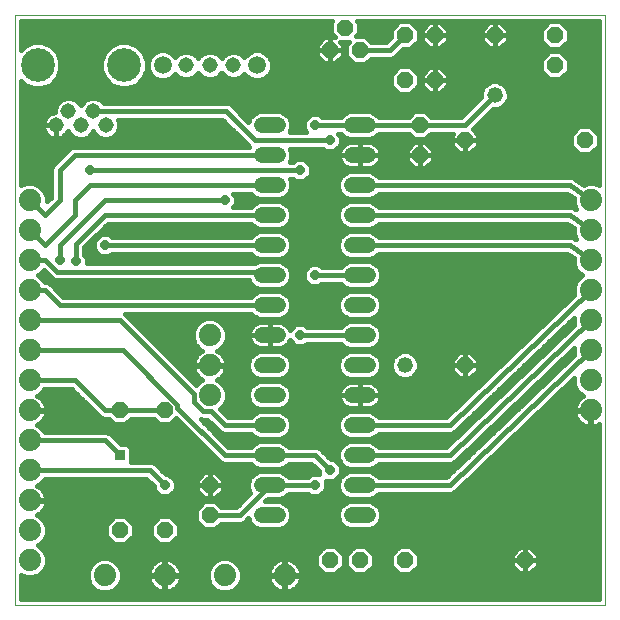
<source format=gbl>
G75*
%MOIN*%
%OFA0B0*%
%FSLAX25Y25*%
%IPPOS*%
%LPD*%
%AMOC8*
5,1,8,0,0,1.08239X$1,22.5*
%
%ADD10C,0.00000*%
%ADD11OC8,0.05200*%
%ADD12C,0.05200*%
%ADD13C,0.05150*%
%ADD14C,0.11220*%
%ADD15C,0.05200*%
%ADD16C,0.07400*%
%ADD17C,0.05937*%
%ADD18C,0.01600*%
%ADD19OC8,0.03169*%
%ADD20R,0.03169X0.03169*%
D10*
X0001800Y0001800D02*
X0001800Y0198650D01*
X0198650Y0198650D01*
X0198650Y0001800D01*
X0001800Y0001800D01*
D11*
X0036800Y0026800D03*
X0051800Y0026800D03*
X0066800Y0031800D03*
X0066800Y0041800D03*
X0051800Y0066800D03*
X0036800Y0066800D03*
X0106800Y0016800D03*
X0116800Y0016800D03*
X0131800Y0016800D03*
X0171800Y0016800D03*
X0151800Y0081800D03*
X0136800Y0151800D03*
X0136800Y0161800D03*
X0131800Y0176800D03*
X0141800Y0176800D03*
X0141800Y0191800D03*
X0131800Y0191800D03*
X0116800Y0186800D03*
X0111800Y0194300D03*
X0106800Y0186800D03*
X0151800Y0156800D03*
X0181800Y0181800D03*
X0181800Y0191800D03*
X0161800Y0191800D03*
X0191800Y0156800D03*
D12*
X0161800Y0171800D03*
X0131800Y0081800D03*
D13*
X0032099Y0161721D03*
X0027950Y0166446D03*
X0023800Y0161721D03*
X0019650Y0166446D03*
X0015501Y0161721D03*
X0058926Y0181800D03*
X0066800Y0181800D03*
X0074674Y0181800D03*
D14*
X0038170Y0181800D03*
X0009430Y0181800D03*
D15*
X0084200Y0161800D02*
X0089400Y0161800D01*
X0089400Y0151800D02*
X0084200Y0151800D01*
X0084200Y0141800D02*
X0089400Y0141800D01*
X0089400Y0131800D02*
X0084200Y0131800D01*
X0084200Y0121800D02*
X0089400Y0121800D01*
X0089400Y0111800D02*
X0084200Y0111800D01*
X0084200Y0101800D02*
X0089400Y0101800D01*
X0089400Y0091800D02*
X0084200Y0091800D01*
X0084200Y0081800D02*
X0089400Y0081800D01*
X0089400Y0071800D02*
X0084200Y0071800D01*
X0084200Y0061800D02*
X0089400Y0061800D01*
X0089400Y0051800D02*
X0084200Y0051800D01*
X0084200Y0041800D02*
X0089400Y0041800D01*
X0089400Y0031800D02*
X0084200Y0031800D01*
X0114200Y0031800D02*
X0119400Y0031800D01*
X0119400Y0041800D02*
X0114200Y0041800D01*
X0114200Y0051800D02*
X0119400Y0051800D01*
X0119400Y0061800D02*
X0114200Y0061800D01*
X0114200Y0071800D02*
X0119400Y0071800D01*
X0119400Y0081800D02*
X0114200Y0081800D01*
X0114200Y0091800D02*
X0119400Y0091800D01*
X0119400Y0101800D02*
X0114200Y0101800D01*
X0114200Y0111800D02*
X0119400Y0111800D01*
X0119400Y0121800D02*
X0114200Y0121800D01*
X0114200Y0131800D02*
X0119400Y0131800D01*
X0119400Y0141800D02*
X0114200Y0141800D01*
X0114200Y0151800D02*
X0119400Y0151800D01*
X0119400Y0161800D02*
X0114200Y0161800D01*
D16*
X0066800Y0091800D03*
X0066800Y0081800D03*
X0066800Y0071800D03*
X0071800Y0011800D03*
X0051800Y0011800D03*
X0031800Y0011800D03*
X0006800Y0016800D03*
X0006800Y0026800D03*
X0006800Y0036800D03*
X0006800Y0046800D03*
X0006800Y0056800D03*
X0006800Y0066800D03*
X0006800Y0076800D03*
X0006800Y0086800D03*
X0006800Y0096800D03*
X0006800Y0106800D03*
X0006800Y0116800D03*
X0006800Y0126800D03*
X0006800Y0136800D03*
X0091800Y0011800D03*
X0193800Y0066800D03*
X0193800Y0076800D03*
X0193800Y0086800D03*
X0193800Y0096800D03*
X0193800Y0106800D03*
X0193800Y0116800D03*
X0193800Y0126800D03*
X0193800Y0136800D03*
D17*
X0082548Y0181800D03*
X0051052Y0181800D03*
D18*
X0046598Y0184030D02*
X0045484Y0184030D01*
X0045780Y0183314D02*
X0044622Y0186111D01*
X0042481Y0188252D01*
X0039684Y0189410D01*
X0036656Y0189410D01*
X0033859Y0188252D01*
X0031718Y0186111D01*
X0030560Y0183314D01*
X0030560Y0180286D01*
X0031718Y0177489D01*
X0033859Y0175348D01*
X0036656Y0174190D01*
X0039684Y0174190D01*
X0042481Y0175348D01*
X0044622Y0177489D01*
X0045780Y0180286D01*
X0045780Y0183314D01*
X0046083Y0182788D02*
X0046083Y0180812D01*
X0046840Y0178986D01*
X0048238Y0177588D01*
X0050064Y0176831D01*
X0052040Y0176831D01*
X0053866Y0177588D01*
X0055264Y0178986D01*
X0055266Y0178990D01*
X0056335Y0177922D01*
X0058016Y0177225D01*
X0059836Y0177225D01*
X0061517Y0177922D01*
X0062804Y0179209D01*
X0062863Y0179350D01*
X0062922Y0179209D01*
X0064209Y0177922D01*
X0065890Y0177225D01*
X0067710Y0177225D01*
X0069391Y0177922D01*
X0070678Y0179209D01*
X0070737Y0179350D01*
X0070796Y0179209D01*
X0072083Y0177922D01*
X0073764Y0177225D01*
X0075584Y0177225D01*
X0077265Y0177922D01*
X0078334Y0178990D01*
X0078336Y0178986D01*
X0079734Y0177588D01*
X0081560Y0176831D01*
X0083536Y0176831D01*
X0085362Y0177588D01*
X0086760Y0178986D01*
X0087517Y0180812D01*
X0087517Y0182788D01*
X0086760Y0184614D01*
X0085362Y0186012D01*
X0083536Y0186768D01*
X0081560Y0186768D01*
X0079734Y0186012D01*
X0078336Y0184614D01*
X0078334Y0184610D01*
X0077265Y0185678D01*
X0075584Y0186375D01*
X0073764Y0186375D01*
X0072083Y0185678D01*
X0070796Y0184391D01*
X0070737Y0184250D01*
X0070678Y0184391D01*
X0069391Y0185678D01*
X0067710Y0186375D01*
X0065890Y0186375D01*
X0064209Y0185678D01*
X0062922Y0184391D01*
X0062863Y0184250D01*
X0062804Y0184391D01*
X0061517Y0185678D01*
X0059836Y0186375D01*
X0058016Y0186375D01*
X0056335Y0185678D01*
X0055266Y0184610D01*
X0055264Y0184614D01*
X0053866Y0186012D01*
X0052040Y0186768D01*
X0050064Y0186768D01*
X0048238Y0186012D01*
X0046840Y0184614D01*
X0046083Y0182788D01*
X0046083Y0182432D02*
X0045780Y0182432D01*
X0045780Y0180833D02*
X0046083Y0180833D01*
X0046737Y0179235D02*
X0045345Y0179235D01*
X0044683Y0177636D02*
X0048189Y0177636D01*
X0043170Y0176038D02*
X0127200Y0176038D01*
X0127200Y0174895D02*
X0129895Y0172200D01*
X0133705Y0172200D01*
X0136400Y0174895D01*
X0136400Y0178705D01*
X0133705Y0181400D01*
X0129895Y0181400D01*
X0127200Y0178705D01*
X0127200Y0174895D01*
X0127655Y0174439D02*
X0040286Y0174439D01*
X0036054Y0174439D02*
X0011546Y0174439D01*
X0010944Y0174190D02*
X0013741Y0175348D01*
X0015882Y0177489D01*
X0017040Y0180286D01*
X0017040Y0183314D01*
X0015882Y0186111D01*
X0013741Y0188252D01*
X0010944Y0189410D01*
X0007916Y0189410D01*
X0005119Y0188252D01*
X0003800Y0186933D01*
X0003800Y0196650D01*
X0107645Y0196650D01*
X0107200Y0196205D01*
X0107200Y0192395D01*
X0108395Y0191200D01*
X0106800Y0191200D01*
X0106800Y0186800D01*
X0111200Y0186800D01*
X0111200Y0188623D01*
X0110123Y0189700D01*
X0113195Y0189700D01*
X0112200Y0188705D01*
X0112200Y0184895D01*
X0114895Y0182200D01*
X0118705Y0182200D01*
X0120505Y0184000D01*
X0127357Y0184000D01*
X0128386Y0184426D01*
X0131160Y0187200D01*
X0133705Y0187200D01*
X0136400Y0189895D01*
X0136400Y0193705D01*
X0133705Y0196400D01*
X0129895Y0196400D01*
X0127200Y0193705D01*
X0127200Y0191160D01*
X0125640Y0189600D01*
X0120505Y0189600D01*
X0118705Y0191400D01*
X0115405Y0191400D01*
X0116400Y0192395D01*
X0116400Y0196205D01*
X0115955Y0196650D01*
X0196650Y0196650D01*
X0196650Y0141789D01*
X0194934Y0142500D01*
X0192666Y0142500D01*
X0191382Y0141968D01*
X0188616Y0143944D01*
X0188386Y0144174D01*
X0188167Y0144264D01*
X0187974Y0144402D01*
X0187657Y0144476D01*
X0187357Y0144600D01*
X0187120Y0144600D01*
X0186889Y0144653D01*
X0186568Y0144600D01*
X0123105Y0144600D01*
X0122006Y0145700D01*
X0120315Y0146400D01*
X0113285Y0146400D01*
X0111594Y0145700D01*
X0110300Y0144406D01*
X0109600Y0142715D01*
X0109600Y0140885D01*
X0110300Y0139194D01*
X0111594Y0137900D01*
X0113285Y0137200D01*
X0120315Y0137200D01*
X0122006Y0137900D01*
X0123105Y0139000D01*
X0185903Y0139000D01*
X0188100Y0137430D01*
X0188100Y0135666D01*
X0188896Y0133743D01*
X0188616Y0133944D01*
X0188386Y0134174D01*
X0188167Y0134264D01*
X0187974Y0134402D01*
X0187657Y0134476D01*
X0187357Y0134600D01*
X0187120Y0134600D01*
X0186889Y0134653D01*
X0186568Y0134600D01*
X0123105Y0134600D01*
X0122006Y0135700D01*
X0120315Y0136400D01*
X0113285Y0136400D01*
X0111594Y0135700D01*
X0110300Y0134406D01*
X0109600Y0132715D01*
X0109600Y0130885D01*
X0110300Y0129194D01*
X0111594Y0127900D01*
X0113285Y0127200D01*
X0120315Y0127200D01*
X0122006Y0127900D01*
X0123105Y0129000D01*
X0185903Y0129000D01*
X0188100Y0127430D01*
X0188100Y0125666D01*
X0188896Y0123743D01*
X0188616Y0123944D01*
X0188386Y0124174D01*
X0188167Y0124264D01*
X0187974Y0124402D01*
X0187657Y0124476D01*
X0187357Y0124600D01*
X0187120Y0124600D01*
X0186889Y0124653D01*
X0186568Y0124600D01*
X0123105Y0124600D01*
X0122006Y0125700D01*
X0120315Y0126400D01*
X0113285Y0126400D01*
X0111594Y0125700D01*
X0110300Y0124406D01*
X0109600Y0122715D01*
X0109600Y0120885D01*
X0110300Y0119194D01*
X0111594Y0117900D01*
X0113285Y0117200D01*
X0120315Y0117200D01*
X0122006Y0117900D01*
X0123105Y0119000D01*
X0185903Y0119000D01*
X0188100Y0117430D01*
X0188100Y0115666D01*
X0188968Y0113571D01*
X0190571Y0111968D01*
X0190976Y0111800D01*
X0190571Y0111632D01*
X0188968Y0110029D01*
X0188100Y0107934D01*
X0188100Y0105666D01*
X0188233Y0105346D01*
X0145676Y0064600D01*
X0123105Y0064600D01*
X0122006Y0065700D01*
X0120315Y0066400D01*
X0113285Y0066400D01*
X0111594Y0065700D01*
X0110300Y0064406D01*
X0109600Y0062715D01*
X0109600Y0060885D01*
X0110300Y0059194D01*
X0111594Y0057900D01*
X0113285Y0057200D01*
X0120315Y0057200D01*
X0122006Y0057900D01*
X0123105Y0059000D01*
X0146770Y0059000D01*
X0147296Y0058989D01*
X0147325Y0059000D01*
X0147357Y0059000D01*
X0147843Y0059202D01*
X0148334Y0059392D01*
X0148357Y0059414D01*
X0148386Y0059426D01*
X0148758Y0059798D01*
X0188100Y0097466D01*
X0188100Y0095666D01*
X0188233Y0095346D01*
X0145676Y0054600D01*
X0123105Y0054600D01*
X0122006Y0055700D01*
X0120315Y0056400D01*
X0113285Y0056400D01*
X0111594Y0055700D01*
X0110300Y0054406D01*
X0109600Y0052715D01*
X0109600Y0050885D01*
X0110300Y0049194D01*
X0111594Y0047900D01*
X0113285Y0047200D01*
X0120315Y0047200D01*
X0122006Y0047900D01*
X0123105Y0049000D01*
X0146770Y0049000D01*
X0147296Y0048989D01*
X0147325Y0049000D01*
X0147357Y0049000D01*
X0147843Y0049202D01*
X0148334Y0049392D01*
X0148357Y0049414D01*
X0148386Y0049426D01*
X0148758Y0049798D01*
X0188100Y0087466D01*
X0188100Y0085666D01*
X0188233Y0085346D01*
X0145676Y0044600D01*
X0123105Y0044600D01*
X0122006Y0045700D01*
X0120315Y0046400D01*
X0113285Y0046400D01*
X0111594Y0045700D01*
X0110300Y0044406D01*
X0109600Y0042715D01*
X0109600Y0040885D01*
X0110300Y0039194D01*
X0111594Y0037900D01*
X0113285Y0037200D01*
X0120315Y0037200D01*
X0122006Y0037900D01*
X0123105Y0039000D01*
X0146770Y0039000D01*
X0147296Y0038989D01*
X0147325Y0039000D01*
X0147357Y0039000D01*
X0147843Y0039202D01*
X0148334Y0039392D01*
X0148357Y0039414D01*
X0148386Y0039426D01*
X0148758Y0039798D01*
X0188100Y0077466D01*
X0188100Y0075666D01*
X0188968Y0073571D01*
X0190571Y0071968D01*
X0191264Y0071681D01*
X0190917Y0071504D01*
X0190217Y0070995D01*
X0189605Y0070383D01*
X0189096Y0069683D01*
X0188703Y0068911D01*
X0188435Y0068088D01*
X0188300Y0067233D01*
X0188300Y0067000D01*
X0193600Y0067000D01*
X0193600Y0066600D01*
X0194000Y0066600D01*
X0194000Y0061300D01*
X0194233Y0061300D01*
X0195088Y0061435D01*
X0195911Y0061703D01*
X0196650Y0062080D01*
X0196650Y0003800D01*
X0003800Y0003800D01*
X0003800Y0011873D01*
X0005666Y0011100D01*
X0007934Y0011100D01*
X0010029Y0011968D01*
X0011632Y0013571D01*
X0012500Y0015666D01*
X0012500Y0017934D01*
X0011632Y0020029D01*
X0010029Y0021632D01*
X0009624Y0021800D01*
X0010029Y0021968D01*
X0011632Y0023571D01*
X0012500Y0025666D01*
X0012500Y0027934D01*
X0011632Y0030029D01*
X0010029Y0031632D01*
X0009336Y0031919D01*
X0009683Y0032096D01*
X0010383Y0032605D01*
X0010995Y0033217D01*
X0011504Y0033917D01*
X0011897Y0034689D01*
X0012165Y0035512D01*
X0012300Y0036367D01*
X0012300Y0036600D01*
X0007000Y0036600D01*
X0007000Y0037000D01*
X0012300Y0037000D01*
X0012300Y0037233D01*
X0012165Y0038088D01*
X0011897Y0038911D01*
X0011504Y0039683D01*
X0010995Y0040383D01*
X0010383Y0040995D01*
X0009683Y0041504D01*
X0009336Y0041681D01*
X0010029Y0041968D01*
X0011632Y0043571D01*
X0011810Y0044000D01*
X0045640Y0044000D01*
X0048216Y0041424D01*
X0048216Y0040315D01*
X0050315Y0038216D01*
X0053285Y0038216D01*
X0055384Y0040315D01*
X0055384Y0043285D01*
X0053285Y0045384D01*
X0052176Y0045384D01*
X0048386Y0049174D01*
X0047357Y0049600D01*
X0040384Y0049600D01*
X0040384Y0054213D01*
X0039213Y0055384D01*
X0037176Y0055384D01*
X0033386Y0059174D01*
X0032357Y0059600D01*
X0011810Y0059600D01*
X0011632Y0060029D01*
X0010029Y0061632D01*
X0009336Y0061919D01*
X0009683Y0062096D01*
X0010383Y0062605D01*
X0010995Y0063217D01*
X0011504Y0063917D01*
X0011897Y0064689D01*
X0012165Y0065512D01*
X0012300Y0066367D01*
X0012300Y0066600D01*
X0007000Y0066600D01*
X0007000Y0067000D01*
X0012300Y0067000D01*
X0012300Y0067233D01*
X0012165Y0068088D01*
X0011897Y0068911D01*
X0011504Y0069683D01*
X0010995Y0070383D01*
X0010383Y0070995D01*
X0009683Y0071504D01*
X0009336Y0071681D01*
X0010029Y0071968D01*
X0011632Y0073571D01*
X0011810Y0074000D01*
X0020640Y0074000D01*
X0029426Y0065214D01*
X0030214Y0064426D01*
X0031243Y0064000D01*
X0033095Y0064000D01*
X0034895Y0062200D01*
X0038705Y0062200D01*
X0040505Y0064000D01*
X0048095Y0064000D01*
X0049895Y0062200D01*
X0053705Y0062200D01*
X0055573Y0064067D01*
X0070214Y0049426D01*
X0071243Y0049000D01*
X0080495Y0049000D01*
X0081594Y0047900D01*
X0083285Y0047200D01*
X0090315Y0047200D01*
X0092006Y0047900D01*
X0093105Y0049000D01*
X0100640Y0049000D01*
X0103216Y0046424D01*
X0103216Y0045384D01*
X0100315Y0045384D01*
X0099531Y0044600D01*
X0093105Y0044600D01*
X0092006Y0045700D01*
X0090315Y0046400D01*
X0083285Y0046400D01*
X0081594Y0045700D01*
X0080300Y0044406D01*
X0079600Y0042715D01*
X0079600Y0040885D01*
X0080281Y0039241D01*
X0075640Y0034600D01*
X0070505Y0034600D01*
X0068705Y0036400D01*
X0064895Y0036400D01*
X0062200Y0033705D01*
X0062200Y0029895D01*
X0064895Y0027200D01*
X0068705Y0027200D01*
X0070505Y0029000D01*
X0077357Y0029000D01*
X0078386Y0029426D01*
X0079672Y0030712D01*
X0080300Y0029194D01*
X0081594Y0027900D01*
X0083285Y0027200D01*
X0090315Y0027200D01*
X0092006Y0027900D01*
X0093300Y0029194D01*
X0094000Y0030885D01*
X0094000Y0032715D01*
X0093300Y0034406D01*
X0092006Y0035700D01*
X0090315Y0036400D01*
X0085360Y0036400D01*
X0086160Y0037200D01*
X0090315Y0037200D01*
X0092006Y0037900D01*
X0093105Y0039000D01*
X0099531Y0039000D01*
X0100315Y0038216D01*
X0103285Y0038216D01*
X0105384Y0040315D01*
X0105384Y0043216D01*
X0108285Y0043216D01*
X0110384Y0045315D01*
X0110384Y0048285D01*
X0108285Y0050384D01*
X0107176Y0050384D01*
X0103386Y0054174D01*
X0102357Y0054600D01*
X0093105Y0054600D01*
X0092006Y0055700D01*
X0090315Y0056400D01*
X0083285Y0056400D01*
X0081594Y0055700D01*
X0080495Y0054600D01*
X0072960Y0054600D01*
X0063727Y0063833D01*
X0064048Y0063700D01*
X0065940Y0063700D01*
X0069426Y0060214D01*
X0070214Y0059426D01*
X0071243Y0059000D01*
X0080495Y0059000D01*
X0081594Y0057900D01*
X0083285Y0057200D01*
X0090315Y0057200D01*
X0092006Y0057900D01*
X0093300Y0059194D01*
X0094000Y0060885D01*
X0094000Y0062715D01*
X0093300Y0064406D01*
X0092006Y0065700D01*
X0090315Y0066400D01*
X0083285Y0066400D01*
X0081594Y0065700D01*
X0080495Y0064600D01*
X0072960Y0064600D01*
X0070310Y0067249D01*
X0071632Y0068571D01*
X0072500Y0070666D01*
X0072500Y0072934D01*
X0071632Y0075029D01*
X0070029Y0076632D01*
X0069336Y0076919D01*
X0069683Y0077096D01*
X0070383Y0077605D01*
X0070995Y0078217D01*
X0071504Y0078917D01*
X0071897Y0079689D01*
X0072165Y0080512D01*
X0072300Y0081367D01*
X0072300Y0081600D01*
X0067000Y0081600D01*
X0067000Y0082000D01*
X0072300Y0082000D01*
X0072300Y0082233D01*
X0072165Y0083088D01*
X0071897Y0083911D01*
X0071504Y0084683D01*
X0070995Y0085383D01*
X0070383Y0085995D01*
X0069683Y0086504D01*
X0069336Y0086681D01*
X0070029Y0086968D01*
X0071632Y0088571D01*
X0072500Y0090666D01*
X0072500Y0092934D01*
X0071632Y0095029D01*
X0070029Y0096632D01*
X0067934Y0097500D01*
X0065666Y0097500D01*
X0063571Y0096632D01*
X0061968Y0095029D01*
X0061100Y0092934D01*
X0061100Y0090666D01*
X0061968Y0088571D01*
X0063571Y0086968D01*
X0064264Y0086681D01*
X0063917Y0086504D01*
X0063217Y0085995D01*
X0062605Y0085383D01*
X0062096Y0084683D01*
X0061703Y0083911D01*
X0061435Y0083088D01*
X0061300Y0082233D01*
X0061300Y0082000D01*
X0066600Y0082000D01*
X0066600Y0081600D01*
X0061300Y0081600D01*
X0061300Y0081367D01*
X0061435Y0080512D01*
X0061703Y0079689D01*
X0062096Y0078917D01*
X0062605Y0078217D01*
X0063217Y0077605D01*
X0063917Y0077096D01*
X0064264Y0076919D01*
X0063571Y0076632D01*
X0062249Y0075310D01*
X0038560Y0099000D01*
X0080495Y0099000D01*
X0081594Y0097900D01*
X0083285Y0097200D01*
X0090315Y0097200D01*
X0092006Y0097900D01*
X0093300Y0099194D01*
X0094000Y0100885D01*
X0094000Y0102715D01*
X0093300Y0104406D01*
X0092006Y0105700D01*
X0090315Y0106400D01*
X0083285Y0106400D01*
X0081594Y0105700D01*
X0080495Y0104600D01*
X0017960Y0104600D01*
X0013386Y0109174D01*
X0012357Y0109600D01*
X0011810Y0109600D01*
X0011632Y0110029D01*
X0010029Y0111632D01*
X0009624Y0111800D01*
X0010029Y0111968D01*
X0011458Y0113397D01*
X0013440Y0111414D01*
X0014228Y0110626D01*
X0015257Y0110200D01*
X0079884Y0110200D01*
X0080300Y0109194D01*
X0081594Y0107900D01*
X0083285Y0107200D01*
X0090315Y0107200D01*
X0092006Y0107900D01*
X0093300Y0109194D01*
X0094000Y0110885D01*
X0094000Y0112715D01*
X0093300Y0114406D01*
X0092006Y0115700D01*
X0090315Y0116400D01*
X0083285Y0116400D01*
X0081837Y0115800D01*
X0025800Y0115800D01*
X0025800Y0117869D01*
X0025016Y0118653D01*
X0025016Y0121056D01*
X0032960Y0129000D01*
X0080495Y0129000D01*
X0081594Y0127900D01*
X0083285Y0127200D01*
X0090315Y0127200D01*
X0092006Y0127900D01*
X0093300Y0129194D01*
X0094000Y0130885D01*
X0094000Y0132715D01*
X0093300Y0134406D01*
X0092006Y0135700D01*
X0090315Y0136400D01*
X0083285Y0136400D01*
X0081594Y0135700D01*
X0080495Y0134600D01*
X0074669Y0134600D01*
X0075384Y0135315D01*
X0075384Y0138285D01*
X0074669Y0139000D01*
X0080495Y0139000D01*
X0081594Y0137900D01*
X0083285Y0137200D01*
X0090315Y0137200D01*
X0092006Y0137900D01*
X0093300Y0139194D01*
X0094000Y0140885D01*
X0094000Y0142715D01*
X0093468Y0144000D01*
X0094531Y0144000D01*
X0095315Y0143216D01*
X0098285Y0143216D01*
X0100384Y0145315D01*
X0100384Y0148285D01*
X0098285Y0150384D01*
X0095315Y0150384D01*
X0094531Y0149600D01*
X0093468Y0149600D01*
X0094000Y0150885D01*
X0094000Y0152715D01*
X0093468Y0154000D01*
X0104531Y0154000D01*
X0105315Y0153216D01*
X0108285Y0153216D01*
X0110384Y0155315D01*
X0110384Y0158285D01*
X0109669Y0159000D01*
X0110495Y0159000D01*
X0111594Y0157900D01*
X0113285Y0157200D01*
X0120315Y0157200D01*
X0122006Y0157900D01*
X0123105Y0159000D01*
X0133095Y0159000D01*
X0134895Y0157200D01*
X0138705Y0157200D01*
X0140505Y0159000D01*
X0147777Y0159000D01*
X0147400Y0158623D01*
X0147400Y0156800D01*
X0151800Y0156800D01*
X0156200Y0156800D01*
X0156200Y0158623D01*
X0154391Y0160431D01*
X0161160Y0167200D01*
X0162715Y0167200D01*
X0164406Y0167900D01*
X0165700Y0169194D01*
X0166400Y0170885D01*
X0166400Y0172715D01*
X0165700Y0174406D01*
X0164406Y0175700D01*
X0162715Y0176400D01*
X0160885Y0176400D01*
X0159194Y0175700D01*
X0157900Y0174406D01*
X0157200Y0172715D01*
X0157200Y0171160D01*
X0150640Y0164600D01*
X0140505Y0164600D01*
X0138705Y0166400D01*
X0134895Y0166400D01*
X0133095Y0164600D01*
X0123105Y0164600D01*
X0122006Y0165700D01*
X0120315Y0166400D01*
X0113285Y0166400D01*
X0111594Y0165700D01*
X0110495Y0164600D01*
X0104069Y0164600D01*
X0103285Y0165384D01*
X0100315Y0165384D01*
X0098216Y0163285D01*
X0098216Y0160315D01*
X0098931Y0159600D01*
X0093468Y0159600D01*
X0094000Y0160885D01*
X0094000Y0162715D01*
X0093300Y0164406D01*
X0092006Y0165700D01*
X0090315Y0166400D01*
X0083285Y0166400D01*
X0081594Y0165700D01*
X0080300Y0164406D01*
X0079672Y0162888D01*
X0073740Y0168819D01*
X0072711Y0169246D01*
X0031619Y0169246D01*
X0030541Y0170324D01*
X0028860Y0171020D01*
X0027040Y0171020D01*
X0025358Y0170324D01*
X0024071Y0169037D01*
X0023800Y0168382D01*
X0023529Y0169037D01*
X0022242Y0170324D01*
X0020560Y0171020D01*
X0018740Y0171020D01*
X0017059Y0170324D01*
X0015772Y0169037D01*
X0015076Y0167356D01*
X0015076Y0166083D01*
X0014476Y0165988D01*
X0013821Y0165776D01*
X0013208Y0165463D01*
X0012651Y0165058D01*
X0012164Y0164571D01*
X0011759Y0164014D01*
X0011446Y0163401D01*
X0011234Y0162746D01*
X0011126Y0162066D01*
X0011126Y0161721D01*
X0011126Y0161377D01*
X0011234Y0160697D01*
X0011446Y0160042D01*
X0011759Y0159428D01*
X0012164Y0158871D01*
X0012651Y0158384D01*
X0013208Y0157980D01*
X0013821Y0157667D01*
X0014476Y0157454D01*
X0015156Y0157346D01*
X0015501Y0157346D01*
X0015845Y0157346D01*
X0016525Y0157454D01*
X0017180Y0157667D01*
X0017794Y0157980D01*
X0018351Y0158384D01*
X0018838Y0158871D01*
X0019242Y0159428D01*
X0019549Y0160030D01*
X0019922Y0159130D01*
X0021209Y0157843D01*
X0022890Y0157146D01*
X0024710Y0157146D01*
X0026391Y0157843D01*
X0027678Y0159130D01*
X0027950Y0159785D01*
X0028221Y0159130D01*
X0029508Y0157843D01*
X0031189Y0157146D01*
X0033009Y0157146D01*
X0034691Y0157843D01*
X0035978Y0159130D01*
X0036674Y0160811D01*
X0036674Y0162631D01*
X0036254Y0163646D01*
X0070995Y0163646D01*
X0079426Y0155214D01*
X0080040Y0154600D01*
X0021243Y0154600D01*
X0020214Y0154174D01*
X0019426Y0153386D01*
X0014426Y0148386D01*
X0014000Y0147357D01*
X0014000Y0137960D01*
X0012500Y0136460D01*
X0012500Y0137934D01*
X0011632Y0140029D01*
X0010029Y0141632D01*
X0007934Y0142500D01*
X0005666Y0142500D01*
X0003800Y0141727D01*
X0003800Y0176667D01*
X0005119Y0175348D01*
X0007916Y0174190D01*
X0010944Y0174190D01*
X0007314Y0174439D02*
X0003800Y0174439D01*
X0003800Y0172841D02*
X0129254Y0172841D01*
X0127200Y0177636D02*
X0085411Y0177636D01*
X0086863Y0179235D02*
X0127729Y0179235D01*
X0129328Y0180833D02*
X0087517Y0180833D01*
X0087517Y0182432D02*
X0104946Y0182432D01*
X0104977Y0182400D02*
X0106800Y0182400D01*
X0108623Y0182400D01*
X0111200Y0184977D01*
X0111200Y0186800D01*
X0106800Y0186800D01*
X0106800Y0186800D01*
X0106800Y0186800D01*
X0106800Y0182400D01*
X0106800Y0186800D01*
X0106800Y0186800D01*
X0106800Y0186800D01*
X0102400Y0186800D01*
X0102400Y0188623D01*
X0104977Y0191200D01*
X0106800Y0191200D01*
X0106800Y0186800D01*
X0102400Y0186800D01*
X0102400Y0184977D01*
X0104977Y0182400D01*
X0106800Y0182432D02*
X0106800Y0182432D01*
X0106800Y0184030D02*
X0106800Y0184030D01*
X0106800Y0185629D02*
X0106800Y0185629D01*
X0106800Y0187227D02*
X0106800Y0187227D01*
X0106800Y0188826D02*
X0106800Y0188826D01*
X0106800Y0190424D02*
X0106800Y0190424D01*
X0107572Y0192023D02*
X0003800Y0192023D01*
X0003800Y0193621D02*
X0107200Y0193621D01*
X0107200Y0195220D02*
X0003800Y0195220D01*
X0003800Y0190424D02*
X0104202Y0190424D01*
X0102603Y0188826D02*
X0041095Y0188826D01*
X0043505Y0187227D02*
X0102400Y0187227D01*
X0102400Y0185629D02*
X0085746Y0185629D01*
X0087002Y0184030D02*
X0103347Y0184030D01*
X0108654Y0182432D02*
X0114663Y0182432D01*
X0113064Y0184030D02*
X0110253Y0184030D01*
X0111200Y0185629D02*
X0112200Y0185629D01*
X0112200Y0187227D02*
X0111200Y0187227D01*
X0110997Y0188826D02*
X0112320Y0188826D01*
X0116028Y0192023D02*
X0127200Y0192023D01*
X0127200Y0193621D02*
X0116400Y0193621D01*
X0116400Y0195220D02*
X0128714Y0195220D01*
X0131800Y0191800D02*
X0126800Y0186800D01*
X0116800Y0186800D01*
X0119681Y0190424D02*
X0126465Y0190424D01*
X0129589Y0185629D02*
X0179123Y0185629D01*
X0179895Y0186400D02*
X0177200Y0183705D01*
X0177200Y0179895D01*
X0179895Y0177200D01*
X0183705Y0177200D01*
X0186400Y0179895D01*
X0186400Y0183705D01*
X0183705Y0186400D01*
X0179895Y0186400D01*
X0179895Y0187200D02*
X0183705Y0187200D01*
X0186400Y0189895D01*
X0186400Y0193705D01*
X0183705Y0196400D01*
X0179895Y0196400D01*
X0177200Y0193705D01*
X0177200Y0189895D01*
X0179895Y0187200D01*
X0179867Y0187227D02*
X0133733Y0187227D01*
X0135331Y0188826D02*
X0138552Y0188826D01*
X0137400Y0189977D02*
X0139977Y0187400D01*
X0141800Y0187400D01*
X0143623Y0187400D01*
X0146200Y0189977D01*
X0146200Y0191800D01*
X0146200Y0193623D01*
X0143623Y0196200D01*
X0141800Y0196200D01*
X0141800Y0191800D01*
X0146200Y0191800D01*
X0141800Y0191800D01*
X0141800Y0191800D01*
X0141800Y0191800D01*
X0141800Y0187400D01*
X0141800Y0191800D01*
X0141800Y0191800D01*
X0141800Y0191800D01*
X0137400Y0191800D01*
X0137400Y0193623D01*
X0139977Y0196200D01*
X0141800Y0196200D01*
X0141800Y0191800D01*
X0137400Y0191800D01*
X0137400Y0189977D01*
X0137400Y0190424D02*
X0136400Y0190424D01*
X0136400Y0192023D02*
X0137400Y0192023D01*
X0137400Y0193621D02*
X0136400Y0193621D01*
X0134885Y0195220D02*
X0138997Y0195220D01*
X0141800Y0195220D02*
X0141800Y0195220D01*
X0141800Y0193621D02*
X0141800Y0193621D01*
X0141800Y0192023D02*
X0141800Y0192023D01*
X0141800Y0190424D02*
X0141800Y0190424D01*
X0141800Y0188826D02*
X0141800Y0188826D01*
X0145048Y0188826D02*
X0158552Y0188826D01*
X0157400Y0189977D02*
X0159977Y0187400D01*
X0161800Y0187400D01*
X0163623Y0187400D01*
X0166200Y0189977D01*
X0166200Y0191800D01*
X0166200Y0193623D01*
X0163623Y0196200D01*
X0161800Y0196200D01*
X0161800Y0191800D01*
X0161800Y0191800D01*
X0166200Y0191800D01*
X0161800Y0191800D01*
X0161800Y0191800D01*
X0161800Y0191800D01*
X0157400Y0191800D01*
X0157400Y0193623D01*
X0159977Y0196200D01*
X0161800Y0196200D01*
X0161800Y0191800D01*
X0161800Y0187400D01*
X0161800Y0191800D01*
X0161800Y0191800D01*
X0157400Y0191800D01*
X0157400Y0189977D01*
X0157400Y0190424D02*
X0146200Y0190424D01*
X0146200Y0192023D02*
X0157400Y0192023D01*
X0157400Y0193621D02*
X0146200Y0193621D01*
X0144603Y0195220D02*
X0158997Y0195220D01*
X0161800Y0195220D02*
X0161800Y0195220D01*
X0161800Y0193621D02*
X0161800Y0193621D01*
X0161800Y0192023D02*
X0161800Y0192023D01*
X0161800Y0190424D02*
X0161800Y0190424D01*
X0161800Y0188826D02*
X0161800Y0188826D01*
X0165048Y0188826D02*
X0178269Y0188826D01*
X0177200Y0190424D02*
X0166200Y0190424D01*
X0166200Y0192023D02*
X0177200Y0192023D01*
X0177200Y0193621D02*
X0166200Y0193621D01*
X0164603Y0195220D02*
X0178714Y0195220D01*
X0184885Y0195220D02*
X0196650Y0195220D01*
X0196650Y0193621D02*
X0186400Y0193621D01*
X0186400Y0192023D02*
X0196650Y0192023D01*
X0196650Y0190424D02*
X0186400Y0190424D01*
X0185331Y0188826D02*
X0196650Y0188826D01*
X0196650Y0187227D02*
X0183733Y0187227D01*
X0184477Y0185629D02*
X0196650Y0185629D01*
X0196650Y0184030D02*
X0186075Y0184030D01*
X0186400Y0182432D02*
X0196650Y0182432D01*
X0196650Y0180833D02*
X0186400Y0180833D01*
X0185740Y0179235D02*
X0196650Y0179235D01*
X0196650Y0177636D02*
X0184142Y0177636D01*
X0179458Y0177636D02*
X0146200Y0177636D01*
X0146200Y0176800D02*
X0146200Y0178623D01*
X0143623Y0181200D01*
X0141800Y0181200D01*
X0141800Y0176800D01*
X0146200Y0176800D01*
X0141800Y0176800D01*
X0141800Y0176800D01*
X0141800Y0176800D01*
X0141800Y0172400D01*
X0143623Y0172400D01*
X0146200Y0174977D01*
X0146200Y0176800D01*
X0146200Y0176038D02*
X0160010Y0176038D01*
X0157934Y0174439D02*
X0145662Y0174439D01*
X0144063Y0172841D02*
X0157252Y0172841D01*
X0157200Y0171242D02*
X0003800Y0171242D01*
X0003800Y0169644D02*
X0016379Y0169644D01*
X0015361Y0168045D02*
X0003800Y0168045D01*
X0003800Y0166447D02*
X0015076Y0166447D01*
X0012441Y0164848D02*
X0003800Y0164848D01*
X0003800Y0163250D02*
X0011397Y0163250D01*
X0011126Y0161721D02*
X0015501Y0161721D01*
X0015501Y0157346D01*
X0015501Y0161721D01*
X0015501Y0161721D01*
X0011126Y0161721D01*
X0011126Y0161651D02*
X0003800Y0161651D01*
X0003800Y0160053D02*
X0011443Y0160053D01*
X0012581Y0158454D02*
X0003800Y0158454D01*
X0003800Y0156856D02*
X0077785Y0156856D01*
X0076186Y0158454D02*
X0035302Y0158454D01*
X0036360Y0160053D02*
X0074588Y0160053D01*
X0072989Y0161651D02*
X0036674Y0161651D01*
X0036418Y0163250D02*
X0071391Y0163250D01*
X0072154Y0166446D02*
X0081800Y0156800D01*
X0106800Y0156800D01*
X0110384Y0156856D02*
X0147400Y0156856D01*
X0147400Y0156800D02*
X0147400Y0154977D01*
X0149977Y0152400D01*
X0151800Y0152400D01*
X0153623Y0152400D01*
X0156200Y0154977D01*
X0156200Y0156800D01*
X0151800Y0156800D01*
X0151800Y0156800D01*
X0151800Y0152400D01*
X0151800Y0156800D01*
X0151800Y0156800D01*
X0151800Y0156800D01*
X0147400Y0156800D01*
X0147400Y0155257D02*
X0139565Y0155257D01*
X0138623Y0156200D02*
X0136800Y0156200D01*
X0136800Y0151800D01*
X0136800Y0151800D01*
X0141200Y0151800D01*
X0141200Y0153623D01*
X0138623Y0156200D01*
X0136800Y0156200D02*
X0134977Y0156200D01*
X0132400Y0153623D01*
X0132400Y0151800D01*
X0136800Y0151800D01*
X0136800Y0151800D01*
X0136800Y0151800D01*
X0136800Y0156200D01*
X0136800Y0155257D02*
X0136800Y0155257D01*
X0136800Y0153659D02*
X0136800Y0153659D01*
X0136800Y0152060D02*
X0136800Y0152060D01*
X0136800Y0151800D02*
X0132400Y0151800D01*
X0132400Y0149977D01*
X0134977Y0147400D01*
X0136800Y0147400D01*
X0138623Y0147400D01*
X0141200Y0149977D01*
X0141200Y0151800D01*
X0136800Y0151800D01*
X0136800Y0147400D01*
X0136800Y0151800D01*
X0136800Y0151800D01*
X0136800Y0150462D02*
X0136800Y0150462D01*
X0136800Y0148863D02*
X0136800Y0148863D01*
X0140086Y0148863D02*
X0196650Y0148863D01*
X0196650Y0147265D02*
X0100384Y0147265D01*
X0100384Y0145666D02*
X0111561Y0145666D01*
X0110160Y0144068D02*
X0099136Y0144068D01*
X0096800Y0146800D02*
X0026800Y0146800D01*
X0026800Y0141800D02*
X0086800Y0141800D01*
X0091458Y0137673D02*
X0112142Y0137673D01*
X0112500Y0136075D02*
X0091100Y0136075D01*
X0093229Y0134476D02*
X0110371Y0134476D01*
X0109667Y0132878D02*
X0093933Y0132878D01*
X0094000Y0131279D02*
X0109600Y0131279D01*
X0110099Y0129681D02*
X0093501Y0129681D01*
X0092188Y0128082D02*
X0111412Y0128082D01*
X0110780Y0124885D02*
X0092820Y0124885D01*
X0093300Y0124406D02*
X0092006Y0125700D01*
X0090315Y0126400D01*
X0083285Y0126400D01*
X0081594Y0125700D01*
X0080495Y0124600D01*
X0034069Y0124600D01*
X0033285Y0125384D01*
X0030315Y0125384D01*
X0028216Y0123285D01*
X0028216Y0120315D01*
X0030315Y0118216D01*
X0033285Y0118216D01*
X0034069Y0119000D01*
X0080495Y0119000D01*
X0081594Y0117900D01*
X0083285Y0117200D01*
X0090315Y0117200D01*
X0092006Y0117900D01*
X0093300Y0119194D01*
X0094000Y0120885D01*
X0094000Y0122715D01*
X0093300Y0124406D01*
X0093763Y0123287D02*
X0109837Y0123287D01*
X0109600Y0121688D02*
X0094000Y0121688D01*
X0093671Y0120090D02*
X0109929Y0120090D01*
X0111003Y0118491D02*
X0092597Y0118491D01*
X0092411Y0115294D02*
X0100225Y0115294D01*
X0100315Y0115384D02*
X0098216Y0113285D01*
X0098216Y0110315D01*
X0100315Y0108216D01*
X0103285Y0108216D01*
X0104069Y0109000D01*
X0110495Y0109000D01*
X0111594Y0107900D01*
X0113285Y0107200D01*
X0120315Y0107200D01*
X0122006Y0107900D01*
X0123300Y0109194D01*
X0124000Y0110885D01*
X0124000Y0112715D01*
X0123300Y0114406D01*
X0122006Y0115700D01*
X0120315Y0116400D01*
X0113285Y0116400D01*
X0111594Y0115700D01*
X0110495Y0114600D01*
X0104069Y0114600D01*
X0103285Y0115384D01*
X0100315Y0115384D01*
X0098627Y0113696D02*
X0093594Y0113696D01*
X0094000Y0112097D02*
X0098216Y0112097D01*
X0098216Y0110499D02*
X0093840Y0110499D01*
X0093006Y0108900D02*
X0099631Y0108900D01*
X0101800Y0111800D02*
X0116800Y0111800D01*
X0120561Y0107302D02*
X0188100Y0107302D01*
X0188100Y0105703D02*
X0121997Y0105703D01*
X0122006Y0105700D02*
X0120315Y0106400D01*
X0113285Y0106400D01*
X0111594Y0105700D01*
X0110300Y0104406D01*
X0109600Y0102715D01*
X0109600Y0100885D01*
X0110300Y0099194D01*
X0111594Y0097900D01*
X0113285Y0097200D01*
X0120315Y0097200D01*
X0122006Y0097900D01*
X0123300Y0099194D01*
X0124000Y0100885D01*
X0124000Y0102715D01*
X0123300Y0104406D01*
X0122006Y0105700D01*
X0123424Y0104105D02*
X0186936Y0104105D01*
X0185267Y0102506D02*
X0124000Y0102506D01*
X0124000Y0100908D02*
X0183597Y0100908D01*
X0181928Y0099309D02*
X0123347Y0099309D01*
X0121548Y0097711D02*
X0180258Y0097711D01*
X0178588Y0096112D02*
X0121010Y0096112D01*
X0120315Y0096400D02*
X0122006Y0095700D01*
X0123300Y0094406D01*
X0124000Y0092715D01*
X0124000Y0090885D01*
X0123300Y0089194D01*
X0122006Y0087900D01*
X0120315Y0087200D01*
X0113285Y0087200D01*
X0111594Y0087900D01*
X0110495Y0089000D01*
X0099069Y0089000D01*
X0098285Y0088216D01*
X0095315Y0088216D01*
X0093458Y0090073D01*
X0093163Y0089494D01*
X0092756Y0088934D01*
X0092266Y0088444D01*
X0091706Y0088037D01*
X0091089Y0087722D01*
X0090430Y0087508D01*
X0089746Y0087400D01*
X0086800Y0087400D01*
X0086800Y0091800D01*
X0086800Y0091800D01*
X0086800Y0096200D01*
X0089746Y0096200D01*
X0090430Y0096092D01*
X0091089Y0095878D01*
X0091706Y0095563D01*
X0092266Y0095156D01*
X0092756Y0094666D01*
X0093163Y0094106D01*
X0093458Y0093527D01*
X0095315Y0095384D01*
X0098285Y0095384D01*
X0099069Y0094600D01*
X0110495Y0094600D01*
X0111594Y0095700D01*
X0113285Y0096400D01*
X0120315Y0096400D01*
X0123192Y0094514D02*
X0176919Y0094514D01*
X0175249Y0092915D02*
X0123917Y0092915D01*
X0124000Y0091317D02*
X0173580Y0091317D01*
X0171910Y0089718D02*
X0123517Y0089718D01*
X0122225Y0088120D02*
X0170241Y0088120D01*
X0168571Y0086521D02*
X0069649Y0086521D01*
X0071181Y0088120D02*
X0081780Y0088120D01*
X0081894Y0088037D02*
X0081334Y0088444D01*
X0080844Y0088934D01*
X0080437Y0089494D01*
X0080122Y0090111D01*
X0079908Y0090770D01*
X0079800Y0091454D01*
X0079800Y0091800D01*
X0086800Y0091800D01*
X0086800Y0091800D01*
X0086800Y0091800D01*
X0086800Y0096200D01*
X0083854Y0096200D01*
X0083170Y0096092D01*
X0082511Y0095878D01*
X0081894Y0095563D01*
X0081334Y0095156D01*
X0080844Y0094666D01*
X0080437Y0094106D01*
X0080122Y0093489D01*
X0079908Y0092830D01*
X0079800Y0092146D01*
X0079800Y0091800D01*
X0086800Y0091800D01*
X0086800Y0087400D01*
X0083854Y0087400D01*
X0083170Y0087508D01*
X0082511Y0087722D01*
X0081894Y0088037D01*
X0083285Y0086400D02*
X0081594Y0085700D01*
X0080300Y0084406D01*
X0079600Y0082715D01*
X0079600Y0080885D01*
X0080300Y0079194D01*
X0081594Y0077900D01*
X0083285Y0077200D01*
X0090315Y0077200D01*
X0092006Y0077900D01*
X0093300Y0079194D01*
X0094000Y0080885D01*
X0094000Y0082715D01*
X0093300Y0084406D01*
X0092006Y0085700D01*
X0090315Y0086400D01*
X0083285Y0086400D01*
X0080817Y0084923D02*
X0071330Y0084923D01*
X0072088Y0083324D02*
X0079852Y0083324D01*
X0079600Y0081726D02*
X0067000Y0081726D01*
X0066600Y0081726D02*
X0055834Y0081726D01*
X0054236Y0083324D02*
X0061512Y0083324D01*
X0062270Y0084923D02*
X0052637Y0084923D01*
X0051039Y0086521D02*
X0063951Y0086521D01*
X0062419Y0088120D02*
X0049440Y0088120D01*
X0047842Y0089718D02*
X0061493Y0089718D01*
X0061100Y0091317D02*
X0046243Y0091317D01*
X0044645Y0092915D02*
X0061100Y0092915D01*
X0061754Y0094514D02*
X0043046Y0094514D01*
X0041448Y0096112D02*
X0063051Y0096112D01*
X0070549Y0096112D02*
X0083299Y0096112D01*
X0082052Y0097711D02*
X0039849Y0097711D01*
X0036800Y0096800D02*
X0061500Y0072100D01*
X0061500Y0069605D01*
X0064605Y0066500D01*
X0067100Y0066500D01*
X0071800Y0061800D01*
X0086800Y0061800D01*
X0091638Y0057748D02*
X0111962Y0057748D01*
X0112680Y0056149D02*
X0090920Y0056149D01*
X0093363Y0059346D02*
X0110237Y0059346D01*
X0109600Y0060945D02*
X0094000Y0060945D01*
X0094000Y0062543D02*
X0109600Y0062543D01*
X0110191Y0064142D02*
X0093409Y0064142D01*
X0091907Y0065740D02*
X0111693Y0065740D01*
X0112511Y0067722D02*
X0113170Y0067508D01*
X0113854Y0067400D01*
X0116800Y0067400D01*
X0119746Y0067400D01*
X0120430Y0067508D01*
X0121089Y0067722D01*
X0121706Y0068037D01*
X0122266Y0068444D01*
X0122756Y0068934D01*
X0123163Y0069494D01*
X0123478Y0070111D01*
X0123692Y0070770D01*
X0123800Y0071454D01*
X0123800Y0071800D01*
X0123800Y0072146D01*
X0123692Y0072830D01*
X0123478Y0073489D01*
X0123163Y0074106D01*
X0122756Y0074666D01*
X0122266Y0075156D01*
X0121706Y0075563D01*
X0121089Y0075878D01*
X0120430Y0076092D01*
X0119746Y0076200D01*
X0116800Y0076200D01*
X0116800Y0071800D01*
X0116800Y0071800D01*
X0123800Y0071800D01*
X0116800Y0071800D01*
X0116800Y0071800D01*
X0116800Y0067400D01*
X0116800Y0071800D01*
X0116800Y0071800D01*
X0116800Y0071800D01*
X0109800Y0071800D01*
X0109800Y0072146D01*
X0109908Y0072830D01*
X0110122Y0073489D01*
X0110437Y0074106D01*
X0110844Y0074666D01*
X0111334Y0075156D01*
X0111894Y0075563D01*
X0112511Y0075878D01*
X0113170Y0076092D01*
X0113854Y0076200D01*
X0116800Y0076200D01*
X0116800Y0071800D01*
X0109800Y0071800D01*
X0109800Y0071454D01*
X0109908Y0070770D01*
X0110122Y0070111D01*
X0110437Y0069494D01*
X0110844Y0068934D01*
X0111334Y0068444D01*
X0111894Y0068037D01*
X0112511Y0067722D01*
X0110841Y0068937D02*
X0093043Y0068937D01*
X0093300Y0069194D02*
X0094000Y0070885D01*
X0094000Y0072715D01*
X0093300Y0074406D01*
X0092006Y0075700D01*
X0090315Y0076400D01*
X0083285Y0076400D01*
X0081594Y0075700D01*
X0080300Y0074406D01*
X0079600Y0072715D01*
X0079600Y0070885D01*
X0080300Y0069194D01*
X0081594Y0067900D01*
X0083285Y0067200D01*
X0090315Y0067200D01*
X0092006Y0067900D01*
X0093300Y0069194D01*
X0093855Y0070536D02*
X0109984Y0070536D01*
X0109800Y0072134D02*
X0094000Y0072134D01*
X0093578Y0073733D02*
X0110247Y0073733D01*
X0111575Y0075332D02*
X0092374Y0075332D01*
X0092634Y0078529D02*
X0110966Y0078529D01*
X0111594Y0077900D02*
X0113285Y0077200D01*
X0120315Y0077200D01*
X0122006Y0077900D01*
X0123300Y0079194D01*
X0124000Y0080885D01*
X0124000Y0082715D01*
X0123300Y0084406D01*
X0122006Y0085700D01*
X0120315Y0086400D01*
X0113285Y0086400D01*
X0111594Y0085700D01*
X0110300Y0084406D01*
X0109600Y0082715D01*
X0109600Y0080885D01*
X0110300Y0079194D01*
X0111594Y0077900D01*
X0109914Y0080127D02*
X0093686Y0080127D01*
X0094000Y0081726D02*
X0109600Y0081726D01*
X0109852Y0083324D02*
X0093748Y0083324D01*
X0092783Y0084923D02*
X0110817Y0084923D01*
X0111375Y0088120D02*
X0091820Y0088120D01*
X0093277Y0089718D02*
X0093813Y0089718D01*
X0096800Y0091800D02*
X0116800Y0091800D01*
X0112590Y0096112D02*
X0090301Y0096112D01*
X0091548Y0097711D02*
X0112052Y0097711D01*
X0110253Y0099309D02*
X0093347Y0099309D01*
X0094000Y0100908D02*
X0109600Y0100908D01*
X0109600Y0102506D02*
X0094000Y0102506D01*
X0093424Y0104105D02*
X0110176Y0104105D01*
X0111603Y0105703D02*
X0091997Y0105703D01*
X0090561Y0107302D02*
X0113039Y0107302D01*
X0110594Y0108900D02*
X0103969Y0108900D01*
X0103375Y0115294D02*
X0111189Y0115294D01*
X0116800Y0121800D02*
X0186800Y0121800D01*
X0193800Y0116800D01*
X0190442Y0112097D02*
X0124000Y0112097D01*
X0123840Y0110499D02*
X0189438Y0110499D01*
X0188500Y0108900D02*
X0123006Y0108900D01*
X0123594Y0113696D02*
X0188916Y0113696D01*
X0188254Y0115294D02*
X0122411Y0115294D01*
X0122597Y0118491D02*
X0186615Y0118491D01*
X0188100Y0116893D02*
X0025800Y0116893D01*
X0025178Y0118491D02*
X0030040Y0118491D01*
X0028441Y0120090D02*
X0025016Y0120090D01*
X0025648Y0121688D02*
X0028216Y0121688D01*
X0028218Y0123287D02*
X0027247Y0123287D01*
X0028845Y0124885D02*
X0029816Y0124885D01*
X0030444Y0126484D02*
X0188100Y0126484D01*
X0188423Y0124885D02*
X0122820Y0124885D01*
X0122188Y0128082D02*
X0187187Y0128082D01*
X0186800Y0131800D02*
X0116800Y0131800D01*
X0121100Y0136075D02*
X0188100Y0136075D01*
X0187760Y0137673D02*
X0121458Y0137673D01*
X0116800Y0141800D02*
X0186800Y0141800D01*
X0193800Y0136800D01*
X0188593Y0134476D02*
X0187655Y0134476D01*
X0186800Y0131800D02*
X0193800Y0126800D01*
X0192591Y0142469D02*
X0190681Y0142469D01*
X0188492Y0144068D02*
X0196650Y0144068D01*
X0196650Y0145666D02*
X0122039Y0145666D01*
X0121089Y0147722D02*
X0121706Y0148037D01*
X0122266Y0148444D01*
X0122756Y0148934D01*
X0123163Y0149494D01*
X0123478Y0150111D01*
X0123692Y0150770D01*
X0123800Y0151454D01*
X0123800Y0151800D01*
X0123800Y0152146D01*
X0123692Y0152830D01*
X0123478Y0153489D01*
X0123163Y0154106D01*
X0122756Y0154666D01*
X0122266Y0155156D01*
X0121706Y0155563D01*
X0121089Y0155878D01*
X0120430Y0156092D01*
X0119746Y0156200D01*
X0116800Y0156200D01*
X0116800Y0151800D01*
X0116800Y0151800D01*
X0123800Y0151800D01*
X0116800Y0151800D01*
X0116800Y0151800D01*
X0116800Y0147400D01*
X0119746Y0147400D01*
X0120430Y0147508D01*
X0121089Y0147722D01*
X0122686Y0148863D02*
X0133514Y0148863D01*
X0132400Y0150462D02*
X0123592Y0150462D01*
X0123800Y0152060D02*
X0132400Y0152060D01*
X0132436Y0153659D02*
X0123391Y0153659D01*
X0122127Y0155257D02*
X0134035Y0155257D01*
X0133641Y0158454D02*
X0122559Y0158454D01*
X0116800Y0156200D02*
X0116800Y0151800D01*
X0116800Y0151800D01*
X0116800Y0151800D01*
X0109800Y0151800D01*
X0109800Y0152146D01*
X0109908Y0152830D01*
X0110122Y0153489D01*
X0110437Y0154106D01*
X0110844Y0154666D01*
X0111334Y0155156D01*
X0111894Y0155563D01*
X0112511Y0155878D01*
X0113170Y0156092D01*
X0113854Y0156200D01*
X0116800Y0156200D01*
X0116800Y0155257D02*
X0116800Y0155257D01*
X0116800Y0153659D02*
X0116800Y0153659D01*
X0116800Y0152060D02*
X0116800Y0152060D01*
X0116800Y0151800D02*
X0109800Y0151800D01*
X0109800Y0151454D01*
X0109908Y0150770D01*
X0110122Y0150111D01*
X0110437Y0149494D01*
X0110844Y0148934D01*
X0111334Y0148444D01*
X0111894Y0148037D01*
X0112511Y0147722D01*
X0113170Y0147508D01*
X0113854Y0147400D01*
X0116800Y0147400D01*
X0116800Y0151800D01*
X0116800Y0150462D02*
X0116800Y0150462D01*
X0116800Y0148863D02*
X0116800Y0148863D01*
X0110914Y0148863D02*
X0099806Y0148863D01*
X0094000Y0152060D02*
X0109800Y0152060D01*
X0110008Y0150462D02*
X0093825Y0150462D01*
X0093609Y0153659D02*
X0104873Y0153659D01*
X0108727Y0153659D02*
X0110209Y0153659D01*
X0110326Y0155257D02*
X0111473Y0155257D01*
X0111041Y0158454D02*
X0110215Y0158454D01*
X0110743Y0164848D02*
X0103821Y0164848D01*
X0101800Y0161800D02*
X0116800Y0161800D01*
X0136800Y0161800D01*
X0151800Y0161800D01*
X0161800Y0171800D01*
X0165666Y0174439D02*
X0196650Y0174439D01*
X0196650Y0172841D02*
X0166348Y0172841D01*
X0166400Y0171242D02*
X0196650Y0171242D01*
X0196650Y0169644D02*
X0165886Y0169644D01*
X0164551Y0168045D02*
X0196650Y0168045D01*
X0196650Y0166447D02*
X0160406Y0166447D01*
X0158808Y0164848D02*
X0196650Y0164848D01*
X0196650Y0163250D02*
X0157209Y0163250D01*
X0155611Y0161651D02*
X0196650Y0161651D01*
X0196650Y0160053D02*
X0195053Y0160053D01*
X0193705Y0161400D02*
X0189895Y0161400D01*
X0187200Y0158705D01*
X0187200Y0154895D01*
X0189895Y0152200D01*
X0193705Y0152200D01*
X0196400Y0154895D01*
X0196400Y0158705D01*
X0193705Y0161400D01*
X0196400Y0158454D02*
X0196650Y0158454D01*
X0196650Y0156856D02*
X0196400Y0156856D01*
X0196400Y0155257D02*
X0196650Y0155257D01*
X0196650Y0153659D02*
X0195164Y0153659D01*
X0196650Y0152060D02*
X0141200Y0152060D01*
X0141200Y0150462D02*
X0196650Y0150462D01*
X0196650Y0142469D02*
X0195009Y0142469D01*
X0188436Y0153659D02*
X0154881Y0153659D01*
X0156200Y0155257D02*
X0187200Y0155257D01*
X0187200Y0156856D02*
X0156200Y0156856D01*
X0156200Y0158454D02*
X0187200Y0158454D01*
X0188547Y0160053D02*
X0154770Y0160053D01*
X0150888Y0164848D02*
X0140257Y0164848D01*
X0139959Y0158454D02*
X0147400Y0158454D01*
X0148719Y0153659D02*
X0141164Y0153659D01*
X0151800Y0153659D02*
X0151800Y0153659D01*
X0151800Y0155257D02*
X0151800Y0155257D01*
X0152487Y0166447D02*
X0076113Y0166447D01*
X0074515Y0168045D02*
X0154085Y0168045D01*
X0155684Y0169644D02*
X0031221Y0169644D01*
X0027950Y0166446D02*
X0072154Y0166446D01*
X0077712Y0164848D02*
X0080743Y0164848D01*
X0079821Y0163250D02*
X0079310Y0163250D01*
X0079383Y0155257D02*
X0003800Y0155257D01*
X0003800Y0153659D02*
X0019699Y0153659D01*
X0018100Y0152060D02*
X0003800Y0152060D01*
X0003800Y0150462D02*
X0016502Y0150462D01*
X0014903Y0148863D02*
X0003800Y0148863D01*
X0003800Y0147265D02*
X0014000Y0147265D01*
X0014000Y0145666D02*
X0003800Y0145666D01*
X0003800Y0144068D02*
X0014000Y0144068D01*
X0014000Y0142469D02*
X0008009Y0142469D01*
X0010791Y0140870D02*
X0014000Y0140870D01*
X0014000Y0139272D02*
X0011946Y0139272D01*
X0012500Y0137673D02*
X0013714Y0137673D01*
X0016800Y0136800D02*
X0011800Y0131800D01*
X0006800Y0136800D01*
X0005591Y0142469D02*
X0003800Y0142469D01*
X0016800Y0146800D02*
X0016800Y0136800D01*
X0021800Y0136800D02*
X0021800Y0131800D01*
X0011800Y0121800D01*
X0006800Y0126800D01*
X0006800Y0116800D02*
X0012014Y0116800D01*
X0015814Y0113000D01*
X0085600Y0113000D01*
X0086800Y0111800D01*
X0083039Y0107302D02*
X0015258Y0107302D01*
X0013660Y0108900D02*
X0080594Y0108900D01*
X0081603Y0105703D02*
X0016857Y0105703D01*
X0016800Y0101800D02*
X0086800Y0101800D01*
X0086800Y0096112D02*
X0086800Y0096112D01*
X0086800Y0094514D02*
X0086800Y0094514D01*
X0086800Y0092915D02*
X0086800Y0092915D01*
X0086800Y0091317D02*
X0086800Y0091317D01*
X0086800Y0089718D02*
X0086800Y0089718D01*
X0086800Y0088120D02*
X0086800Y0088120D01*
X0080323Y0089718D02*
X0072107Y0089718D01*
X0072500Y0091317D02*
X0079822Y0091317D01*
X0079936Y0092915D02*
X0072500Y0092915D01*
X0071846Y0094514D02*
X0080733Y0094514D01*
X0092867Y0094514D02*
X0094445Y0094514D01*
X0079914Y0080127D02*
X0072039Y0080127D01*
X0071222Y0078529D02*
X0080966Y0078529D01*
X0081226Y0075332D02*
X0071329Y0075332D01*
X0072169Y0073733D02*
X0080022Y0073733D01*
X0079600Y0072134D02*
X0072500Y0072134D01*
X0072446Y0070536D02*
X0079745Y0070536D01*
X0080557Y0068937D02*
X0071784Y0068937D01*
X0070400Y0067339D02*
X0082949Y0067339D01*
X0081693Y0065740D02*
X0071819Y0065740D01*
X0067097Y0062543D02*
X0065016Y0062543D01*
X0066615Y0060945D02*
X0068695Y0060945D01*
X0068213Y0059346D02*
X0070407Y0059346D01*
X0069812Y0057748D02*
X0081962Y0057748D01*
X0082680Y0056149D02*
X0071410Y0056149D01*
X0066688Y0052952D02*
X0040384Y0052952D01*
X0040384Y0051354D02*
X0068286Y0051354D01*
X0069885Y0049755D02*
X0040384Y0049755D01*
X0036800Y0051800D02*
X0031800Y0056800D01*
X0006800Y0056800D01*
X0010716Y0060945D02*
X0058695Y0060945D01*
X0057097Y0062543D02*
X0054049Y0062543D01*
X0051800Y0066800D02*
X0036800Y0066800D01*
X0031800Y0066800D01*
X0021800Y0076800D01*
X0006800Y0076800D01*
X0010196Y0072134D02*
X0022506Y0072134D01*
X0024104Y0070536D02*
X0010842Y0070536D01*
X0011884Y0068937D02*
X0025703Y0068937D01*
X0027301Y0067339D02*
X0012283Y0067339D01*
X0012201Y0065740D02*
X0028900Y0065740D01*
X0029426Y0065214D02*
X0029426Y0065214D01*
X0030900Y0064142D02*
X0011618Y0064142D01*
X0010298Y0062543D02*
X0034551Y0062543D01*
X0032969Y0059346D02*
X0060294Y0059346D01*
X0061892Y0057748D02*
X0034812Y0057748D01*
X0036410Y0056149D02*
X0063491Y0056149D01*
X0065089Y0054551D02*
X0040046Y0054551D01*
X0039049Y0062543D02*
X0049551Y0062543D01*
X0056000Y0067600D02*
X0071800Y0051800D01*
X0086800Y0051800D01*
X0101800Y0051800D01*
X0106800Y0046800D01*
X0108914Y0049755D02*
X0110068Y0049755D01*
X0110384Y0048157D02*
X0111338Y0048157D01*
X0110384Y0046558D02*
X0147721Y0046558D01*
X0146052Y0044960D02*
X0122746Y0044960D01*
X0122262Y0048157D02*
X0149391Y0048157D01*
X0148715Y0049755D02*
X0151060Y0049755D01*
X0150383Y0051354D02*
X0152730Y0051354D01*
X0152052Y0052952D02*
X0154399Y0052952D01*
X0153722Y0054551D02*
X0156069Y0054551D01*
X0155391Y0056149D02*
X0157738Y0056149D01*
X0157061Y0057748D02*
X0159408Y0057748D01*
X0158731Y0059346D02*
X0161078Y0059346D01*
X0160400Y0060945D02*
X0162747Y0060945D01*
X0162070Y0062543D02*
X0164417Y0062543D01*
X0163739Y0064142D02*
X0166086Y0064142D01*
X0165409Y0065740D02*
X0167756Y0065740D01*
X0167078Y0067339D02*
X0169425Y0067339D01*
X0168748Y0068937D02*
X0171095Y0068937D01*
X0170417Y0070536D02*
X0172764Y0070536D01*
X0172087Y0072134D02*
X0174434Y0072134D01*
X0173757Y0073733D02*
X0176104Y0073733D01*
X0175426Y0075332D02*
X0177773Y0075332D01*
X0177096Y0076930D02*
X0179443Y0076930D01*
X0178765Y0078529D02*
X0181112Y0078529D01*
X0180435Y0080127D02*
X0182782Y0080127D01*
X0182104Y0081726D02*
X0184451Y0081726D01*
X0183774Y0083324D02*
X0186121Y0083324D01*
X0185443Y0084923D02*
X0187790Y0084923D01*
X0188100Y0086521D02*
X0187113Y0086521D01*
X0184024Y0091317D02*
X0181677Y0091317D01*
X0182355Y0089718D02*
X0180008Y0089718D01*
X0180685Y0088120D02*
X0178338Y0088120D01*
X0179016Y0086521D02*
X0176669Y0086521D01*
X0177346Y0084923D02*
X0174999Y0084923D01*
X0175676Y0083324D02*
X0173329Y0083324D01*
X0174007Y0081726D02*
X0171660Y0081726D01*
X0172337Y0080127D02*
X0169990Y0080127D01*
X0170668Y0078529D02*
X0168321Y0078529D01*
X0168998Y0076930D02*
X0166651Y0076930D01*
X0167329Y0075332D02*
X0164982Y0075332D01*
X0165659Y0073733D02*
X0163312Y0073733D01*
X0163990Y0072134D02*
X0161643Y0072134D01*
X0162320Y0070536D02*
X0159973Y0070536D01*
X0160650Y0068937D02*
X0158303Y0068937D01*
X0158981Y0067339D02*
X0156634Y0067339D01*
X0157311Y0065740D02*
X0154964Y0065740D01*
X0155642Y0064142D02*
X0153295Y0064142D01*
X0153972Y0062543D02*
X0151625Y0062543D01*
X0152303Y0060945D02*
X0149956Y0060945D01*
X0150633Y0059346D02*
X0148216Y0059346D01*
X0148964Y0057748D02*
X0121638Y0057748D01*
X0120920Y0056149D02*
X0147294Y0056149D01*
X0146800Y0061800D02*
X0116800Y0061800D01*
X0121907Y0065740D02*
X0146867Y0065740D01*
X0148536Y0067339D02*
X0090650Y0067339D01*
X0102476Y0054551D02*
X0110445Y0054551D01*
X0109698Y0052952D02*
X0104607Y0052952D01*
X0106206Y0051354D02*
X0109600Y0051354D01*
X0110029Y0044960D02*
X0110854Y0044960D01*
X0109868Y0043361D02*
X0108430Y0043361D01*
X0109600Y0041763D02*
X0105384Y0041763D01*
X0105233Y0040164D02*
X0109899Y0040164D01*
X0110929Y0038566D02*
X0103635Y0038566D01*
X0099965Y0038566D02*
X0092671Y0038566D01*
X0092337Y0035369D02*
X0111263Y0035369D01*
X0111594Y0035700D02*
X0110300Y0034406D01*
X0109600Y0032715D01*
X0109600Y0030885D01*
X0110300Y0029194D01*
X0111594Y0027900D01*
X0113285Y0027200D01*
X0120315Y0027200D01*
X0122006Y0027900D01*
X0123300Y0029194D01*
X0124000Y0030885D01*
X0124000Y0032715D01*
X0123300Y0034406D01*
X0122006Y0035700D01*
X0120315Y0036400D01*
X0113285Y0036400D01*
X0111594Y0035700D01*
X0110037Y0033770D02*
X0093563Y0033770D01*
X0094000Y0032172D02*
X0109600Y0032172D01*
X0109729Y0030573D02*
X0093871Y0030573D01*
X0093080Y0028975D02*
X0110520Y0028975D01*
X0112860Y0027376D02*
X0090740Y0027376D01*
X0082860Y0027376D02*
X0068882Y0027376D01*
X0070480Y0028975D02*
X0080520Y0028975D01*
X0079729Y0030573D02*
X0079533Y0030573D01*
X0076800Y0031800D02*
X0086800Y0041800D01*
X0101800Y0041800D01*
X0099891Y0044960D02*
X0092746Y0044960D01*
X0092262Y0048157D02*
X0101483Y0048157D01*
X0103082Y0046558D02*
X0051001Y0046558D01*
X0049403Y0048157D02*
X0081338Y0048157D01*
X0080854Y0044960D02*
X0069863Y0044960D01*
X0068623Y0046200D02*
X0066800Y0046200D01*
X0066800Y0041800D01*
X0066800Y0041800D01*
X0071200Y0041800D01*
X0071200Y0043623D01*
X0068623Y0046200D01*
X0066800Y0046200D02*
X0064977Y0046200D01*
X0062400Y0043623D01*
X0062400Y0041800D01*
X0066800Y0041800D01*
X0066800Y0041800D01*
X0066800Y0041800D01*
X0066800Y0046200D01*
X0066800Y0044960D02*
X0066800Y0044960D01*
X0066800Y0043361D02*
X0066800Y0043361D01*
X0066800Y0041800D02*
X0062400Y0041800D01*
X0062400Y0039977D01*
X0064977Y0037400D01*
X0066800Y0037400D01*
X0068623Y0037400D01*
X0071200Y0039977D01*
X0071200Y0041800D01*
X0066800Y0041800D01*
X0066800Y0037400D01*
X0066800Y0041800D01*
X0066800Y0041800D01*
X0066800Y0041763D02*
X0066800Y0041763D01*
X0066800Y0040164D02*
X0066800Y0040164D01*
X0066800Y0038566D02*
X0066800Y0038566D01*
X0069788Y0038566D02*
X0079606Y0038566D01*
X0079899Y0040164D02*
X0071200Y0040164D01*
X0071200Y0041763D02*
X0079600Y0041763D01*
X0079868Y0043361D02*
X0071200Y0043361D01*
X0063737Y0044960D02*
X0053709Y0044960D01*
X0055308Y0043361D02*
X0062400Y0043361D01*
X0062400Y0041763D02*
X0055384Y0041763D01*
X0055233Y0040164D02*
X0062400Y0040164D01*
X0063812Y0038566D02*
X0053635Y0038566D01*
X0049965Y0038566D02*
X0012009Y0038566D01*
X0011154Y0040164D02*
X0048367Y0040164D01*
X0047877Y0041763D02*
X0009534Y0041763D01*
X0011422Y0043361D02*
X0046279Y0043361D01*
X0046800Y0046800D02*
X0051800Y0041800D01*
X0046800Y0046800D02*
X0006800Y0046800D01*
X0007000Y0036967D02*
X0078007Y0036967D01*
X0076409Y0035369D02*
X0069737Y0035369D01*
X0066800Y0031800D02*
X0076800Y0031800D01*
X0085927Y0036967D02*
X0196650Y0036967D01*
X0196650Y0035369D02*
X0122337Y0035369D01*
X0123563Y0033770D02*
X0196650Y0033770D01*
X0196650Y0032172D02*
X0124000Y0032172D01*
X0123871Y0030573D02*
X0196650Y0030573D01*
X0196650Y0028975D02*
X0123080Y0028975D01*
X0120740Y0027376D02*
X0196650Y0027376D01*
X0196650Y0025778D02*
X0056400Y0025778D01*
X0056400Y0024895D02*
X0053705Y0022200D01*
X0049895Y0022200D01*
X0047200Y0024895D01*
X0047200Y0028705D01*
X0049895Y0031400D01*
X0053705Y0031400D01*
X0056400Y0028705D01*
X0056400Y0024895D01*
X0055685Y0024179D02*
X0196650Y0024179D01*
X0196650Y0022581D02*
X0054086Y0022581D01*
X0056400Y0027376D02*
X0064718Y0027376D01*
X0063120Y0028975D02*
X0056131Y0028975D01*
X0054532Y0030573D02*
X0062200Y0030573D01*
X0062200Y0032172D02*
X0009787Y0032172D01*
X0011088Y0030573D02*
X0034068Y0030573D01*
X0034895Y0031400D02*
X0032200Y0028705D01*
X0032200Y0024895D01*
X0034895Y0022200D01*
X0038705Y0022200D01*
X0041400Y0024895D01*
X0041400Y0028705D01*
X0038705Y0031400D01*
X0034895Y0031400D01*
X0032469Y0028975D02*
X0012069Y0028975D01*
X0012500Y0027376D02*
X0032200Y0027376D01*
X0032200Y0025778D02*
X0012500Y0025778D01*
X0011884Y0024179D02*
X0032915Y0024179D01*
X0034514Y0022581D02*
X0010642Y0022581D01*
X0010679Y0020982D02*
X0104477Y0020982D01*
X0104895Y0021400D02*
X0102200Y0018705D01*
X0102200Y0014895D01*
X0104895Y0012200D01*
X0108705Y0012200D01*
X0111400Y0014895D01*
X0111400Y0018705D01*
X0108705Y0021400D01*
X0104895Y0021400D01*
X0102878Y0019384D02*
X0011899Y0019384D01*
X0012500Y0017785D02*
X0102200Y0017785D01*
X0102200Y0016187D02*
X0095120Y0016187D01*
X0095383Y0015995D02*
X0094683Y0016504D01*
X0093911Y0016897D01*
X0093088Y0017165D01*
X0092233Y0017300D01*
X0092000Y0017300D01*
X0092000Y0012000D01*
X0091600Y0012000D01*
X0091600Y0017300D01*
X0091367Y0017300D01*
X0090512Y0017165D01*
X0089689Y0016897D01*
X0088917Y0016504D01*
X0088217Y0015995D01*
X0087605Y0015383D01*
X0087096Y0014683D01*
X0086703Y0013911D01*
X0086435Y0013088D01*
X0086300Y0012233D01*
X0086300Y0012000D01*
X0091600Y0012000D01*
X0091600Y0011600D01*
X0086300Y0011600D01*
X0086300Y0011367D01*
X0086435Y0010512D01*
X0086703Y0009689D01*
X0087096Y0008917D01*
X0087605Y0008217D01*
X0088217Y0007605D01*
X0088917Y0007096D01*
X0089689Y0006703D01*
X0090512Y0006435D01*
X0091367Y0006300D01*
X0091600Y0006300D01*
X0091600Y0011600D01*
X0092000Y0011600D01*
X0092000Y0012000D01*
X0097300Y0012000D01*
X0097300Y0012233D01*
X0097165Y0013088D01*
X0096897Y0013911D01*
X0096504Y0014683D01*
X0095995Y0015383D01*
X0095383Y0015995D01*
X0096552Y0014588D02*
X0102507Y0014588D01*
X0104105Y0012990D02*
X0097180Y0012990D01*
X0097300Y0011600D02*
X0092000Y0011600D01*
X0092000Y0006300D01*
X0092233Y0006300D01*
X0093088Y0006435D01*
X0093911Y0006703D01*
X0094683Y0007096D01*
X0095383Y0007605D01*
X0095995Y0008217D01*
X0096504Y0008917D01*
X0096897Y0009689D01*
X0097165Y0010512D01*
X0097300Y0011367D01*
X0097300Y0011600D01*
X0097300Y0011391D02*
X0196650Y0011391D01*
X0196650Y0009793D02*
X0096931Y0009793D01*
X0095972Y0008194D02*
X0196650Y0008194D01*
X0196650Y0006596D02*
X0093581Y0006596D01*
X0092000Y0006596D02*
X0091600Y0006596D01*
X0090019Y0006596D02*
X0074130Y0006596D01*
X0075029Y0006968D02*
X0076632Y0008571D01*
X0077500Y0010666D01*
X0077500Y0012934D01*
X0076632Y0015029D01*
X0075029Y0016632D01*
X0072934Y0017500D01*
X0070666Y0017500D01*
X0068571Y0016632D01*
X0066968Y0015029D01*
X0066100Y0012934D01*
X0066100Y0010666D01*
X0066968Y0008571D01*
X0068571Y0006968D01*
X0070666Y0006100D01*
X0072934Y0006100D01*
X0075029Y0006968D01*
X0076255Y0008194D02*
X0087628Y0008194D01*
X0086669Y0009793D02*
X0077138Y0009793D01*
X0077500Y0011391D02*
X0086300Y0011391D01*
X0086420Y0012990D02*
X0077477Y0012990D01*
X0076815Y0014588D02*
X0087048Y0014588D01*
X0088480Y0016187D02*
X0075474Y0016187D01*
X0068126Y0016187D02*
X0055120Y0016187D01*
X0055383Y0015995D02*
X0054683Y0016504D01*
X0053911Y0016897D01*
X0053088Y0017165D01*
X0052233Y0017300D01*
X0052000Y0017300D01*
X0052000Y0012000D01*
X0051600Y0012000D01*
X0051600Y0017300D01*
X0051367Y0017300D01*
X0050512Y0017165D01*
X0049689Y0016897D01*
X0048917Y0016504D01*
X0048217Y0015995D01*
X0047605Y0015383D01*
X0047096Y0014683D01*
X0046703Y0013911D01*
X0046435Y0013088D01*
X0046300Y0012233D01*
X0046300Y0012000D01*
X0051600Y0012000D01*
X0051600Y0011600D01*
X0046300Y0011600D01*
X0046300Y0011367D01*
X0046435Y0010512D01*
X0046703Y0009689D01*
X0047096Y0008917D01*
X0047605Y0008217D01*
X0048217Y0007605D01*
X0048917Y0007096D01*
X0049689Y0006703D01*
X0050512Y0006435D01*
X0051367Y0006300D01*
X0051600Y0006300D01*
X0051600Y0011600D01*
X0052000Y0011600D01*
X0052000Y0012000D01*
X0057300Y0012000D01*
X0057300Y0012233D01*
X0057165Y0013088D01*
X0056897Y0013911D01*
X0056504Y0014683D01*
X0055995Y0015383D01*
X0055383Y0015995D01*
X0056552Y0014588D02*
X0066785Y0014588D01*
X0066123Y0012990D02*
X0057180Y0012990D01*
X0057300Y0011600D02*
X0052000Y0011600D01*
X0052000Y0006300D01*
X0052233Y0006300D01*
X0053088Y0006435D01*
X0053911Y0006703D01*
X0054683Y0007096D01*
X0055383Y0007605D01*
X0055995Y0008217D01*
X0056504Y0008917D01*
X0056897Y0009689D01*
X0057165Y0010512D01*
X0057300Y0011367D01*
X0057300Y0011600D01*
X0057300Y0011391D02*
X0066100Y0011391D01*
X0066462Y0009793D02*
X0056931Y0009793D01*
X0055972Y0008194D02*
X0067345Y0008194D01*
X0069470Y0006596D02*
X0053581Y0006596D01*
X0052000Y0006596D02*
X0051600Y0006596D01*
X0050019Y0006596D02*
X0034130Y0006596D01*
X0035029Y0006968D02*
X0036632Y0008571D01*
X0037500Y0010666D01*
X0037500Y0012934D01*
X0036632Y0015029D01*
X0035029Y0016632D01*
X0032934Y0017500D01*
X0030666Y0017500D01*
X0028571Y0016632D01*
X0026968Y0015029D01*
X0026100Y0012934D01*
X0026100Y0010666D01*
X0026968Y0008571D01*
X0028571Y0006968D01*
X0030666Y0006100D01*
X0032934Y0006100D01*
X0035029Y0006968D01*
X0036255Y0008194D02*
X0047628Y0008194D01*
X0046669Y0009793D02*
X0037138Y0009793D01*
X0037500Y0011391D02*
X0046300Y0011391D01*
X0046420Y0012990D02*
X0037477Y0012990D01*
X0036815Y0014588D02*
X0047048Y0014588D01*
X0048480Y0016187D02*
X0035474Y0016187D01*
X0039086Y0022581D02*
X0049514Y0022581D01*
X0047915Y0024179D02*
X0040685Y0024179D01*
X0041400Y0025778D02*
X0047200Y0025778D01*
X0047200Y0027376D02*
X0041400Y0027376D01*
X0041131Y0028975D02*
X0047469Y0028975D01*
X0049068Y0030573D02*
X0039532Y0030573D01*
X0028126Y0016187D02*
X0012500Y0016187D01*
X0012053Y0014588D02*
X0026785Y0014588D01*
X0026123Y0012990D02*
X0011051Y0012990D01*
X0008637Y0011391D02*
X0026100Y0011391D01*
X0026462Y0009793D02*
X0003800Y0009793D01*
X0003800Y0011391D02*
X0004963Y0011391D01*
X0003800Y0008194D02*
X0027345Y0008194D01*
X0029470Y0006596D02*
X0003800Y0006596D01*
X0003800Y0004997D02*
X0196650Y0004997D01*
X0196650Y0012990D02*
X0174212Y0012990D01*
X0173623Y0012400D02*
X0176200Y0014977D01*
X0176200Y0016800D01*
X0176200Y0018623D01*
X0173623Y0021200D01*
X0171800Y0021200D01*
X0171800Y0016800D01*
X0176200Y0016800D01*
X0171800Y0016800D01*
X0171800Y0016800D01*
X0171800Y0016800D01*
X0171800Y0012400D01*
X0173623Y0012400D01*
X0171800Y0012400D02*
X0171800Y0016800D01*
X0171800Y0016800D01*
X0171800Y0016800D01*
X0167400Y0016800D01*
X0167400Y0018623D01*
X0169977Y0021200D01*
X0171800Y0021200D01*
X0171800Y0016800D01*
X0167400Y0016800D01*
X0167400Y0014977D01*
X0169977Y0012400D01*
X0171800Y0012400D01*
X0171800Y0012990D02*
X0171800Y0012990D01*
X0171800Y0014588D02*
X0171800Y0014588D01*
X0171800Y0016187D02*
X0171800Y0016187D01*
X0171800Y0017785D02*
X0171800Y0017785D01*
X0171800Y0019384D02*
X0171800Y0019384D01*
X0171800Y0020982D02*
X0171800Y0020982D01*
X0173840Y0020982D02*
X0196650Y0020982D01*
X0196650Y0019384D02*
X0175439Y0019384D01*
X0176200Y0017785D02*
X0196650Y0017785D01*
X0196650Y0016187D02*
X0176200Y0016187D01*
X0175811Y0014588D02*
X0196650Y0014588D01*
X0196650Y0038566D02*
X0122671Y0038566D01*
X0116800Y0041800D02*
X0146800Y0041800D01*
X0193800Y0086800D01*
X0187363Y0094514D02*
X0185016Y0094514D01*
X0185694Y0092915D02*
X0183347Y0092915D01*
X0186686Y0096112D02*
X0188100Y0096112D01*
X0193800Y0096800D02*
X0146800Y0051800D01*
X0116800Y0051800D01*
X0116800Y0068937D02*
X0116800Y0068937D01*
X0116800Y0070536D02*
X0116800Y0070536D01*
X0116800Y0072134D02*
X0116800Y0072134D01*
X0116800Y0073733D02*
X0116800Y0073733D01*
X0116800Y0075332D02*
X0116800Y0075332D01*
X0122025Y0075332D02*
X0156884Y0075332D01*
X0158554Y0076930D02*
X0069357Y0076930D01*
X0064243Y0076930D02*
X0060630Y0076930D01*
X0062228Y0075332D02*
X0062270Y0075332D01*
X0062378Y0078529D02*
X0059031Y0078529D01*
X0057433Y0080127D02*
X0061561Y0080127D01*
X0056000Y0068540D02*
X0037740Y0086800D01*
X0006800Y0086800D01*
X0006800Y0096800D02*
X0036800Y0096800D01*
X0016800Y0101800D02*
X0011800Y0106800D01*
X0006800Y0106800D01*
X0011162Y0110499D02*
X0014536Y0110499D01*
X0012757Y0112097D02*
X0010158Y0112097D01*
X0016800Y0116800D02*
X0016800Y0121800D01*
X0031800Y0136800D01*
X0071800Y0136800D01*
X0075384Y0136075D02*
X0082500Y0136075D01*
X0082142Y0137673D02*
X0075384Y0137673D01*
X0081412Y0128082D02*
X0032042Y0128082D01*
X0033784Y0124885D02*
X0080780Y0124885D01*
X0081003Y0118491D02*
X0033560Y0118491D01*
X0031800Y0121800D02*
X0086800Y0121800D01*
X0086800Y0131800D02*
X0031800Y0131800D01*
X0022216Y0122216D01*
X0022216Y0116384D01*
X0021800Y0136800D02*
X0026800Y0141800D01*
X0021800Y0151800D02*
X0086800Y0151800D01*
X0093655Y0160053D02*
X0098478Y0160053D01*
X0098216Y0161651D02*
X0094000Y0161651D01*
X0093779Y0163250D02*
X0098216Y0163250D01*
X0099779Y0164848D02*
X0092857Y0164848D01*
X0079685Y0177636D02*
X0076576Y0177636D01*
X0072772Y0177636D02*
X0068702Y0177636D01*
X0070689Y0179235D02*
X0070785Y0179235D01*
X0064898Y0177636D02*
X0060828Y0177636D01*
X0062815Y0179235D02*
X0062911Y0179235D01*
X0057024Y0177636D02*
X0053915Y0177636D01*
X0054250Y0185629D02*
X0056285Y0185629D01*
X0061567Y0185629D02*
X0064159Y0185629D01*
X0069441Y0185629D02*
X0072033Y0185629D01*
X0077315Y0185629D02*
X0079350Y0185629D01*
X0047854Y0185629D02*
X0044821Y0185629D01*
X0035245Y0188826D02*
X0012355Y0188826D01*
X0014765Y0187227D02*
X0032835Y0187227D01*
X0031519Y0185629D02*
X0016081Y0185629D01*
X0016743Y0184030D02*
X0030857Y0184030D01*
X0030560Y0182432D02*
X0017040Y0182432D01*
X0017040Y0180833D02*
X0030560Y0180833D01*
X0030995Y0179235D02*
X0016605Y0179235D01*
X0015942Y0177636D02*
X0031657Y0177636D01*
X0033170Y0176038D02*
X0014430Y0176038D01*
X0022922Y0169644D02*
X0024678Y0169644D01*
X0027003Y0158454D02*
X0028897Y0158454D01*
X0020597Y0158454D02*
X0018421Y0158454D01*
X0015501Y0158454D02*
X0015501Y0158454D01*
X0015501Y0160053D02*
X0015501Y0160053D01*
X0015501Y0161651D02*
X0015501Y0161651D01*
X0015501Y0161721D02*
X0015501Y0161721D01*
X0021800Y0151800D02*
X0016800Y0146800D01*
X0004430Y0176038D02*
X0003800Y0176038D01*
X0003800Y0187227D02*
X0004095Y0187227D01*
X0003800Y0188826D02*
X0006505Y0188826D01*
X0093332Y0139272D02*
X0110268Y0139272D01*
X0109606Y0140870D02*
X0093994Y0140870D01*
X0094000Y0142469D02*
X0109600Y0142469D01*
X0122857Y0164848D02*
X0133343Y0164848D01*
X0134346Y0172841D02*
X0139537Y0172841D01*
X0139977Y0172400D02*
X0137400Y0174977D01*
X0137400Y0176800D01*
X0141800Y0176800D01*
X0141800Y0176800D01*
X0141800Y0176800D01*
X0141800Y0181200D01*
X0139977Y0181200D01*
X0137400Y0178623D01*
X0137400Y0176800D01*
X0141800Y0176800D01*
X0141800Y0172400D01*
X0139977Y0172400D01*
X0141800Y0172841D02*
X0141800Y0172841D01*
X0141800Y0174439D02*
X0141800Y0174439D01*
X0141800Y0176038D02*
X0141800Y0176038D01*
X0141800Y0177636D02*
X0141800Y0177636D01*
X0141800Y0179235D02*
X0141800Y0179235D01*
X0141800Y0180833D02*
X0141800Y0180833D01*
X0143989Y0180833D02*
X0177200Y0180833D01*
X0177200Y0182432D02*
X0118937Y0182432D01*
X0127430Y0184030D02*
X0177525Y0184030D01*
X0177860Y0179235D02*
X0145588Y0179235D01*
X0139611Y0180833D02*
X0134272Y0180833D01*
X0135871Y0179235D02*
X0138012Y0179235D01*
X0137400Y0177636D02*
X0136400Y0177636D01*
X0136400Y0176038D02*
X0137400Y0176038D01*
X0137938Y0174439D02*
X0135945Y0174439D01*
X0163590Y0176038D02*
X0196650Y0176038D01*
X0193800Y0106800D02*
X0146800Y0061800D01*
X0150206Y0068937D02*
X0122759Y0068937D01*
X0123616Y0070536D02*
X0151876Y0070536D01*
X0153545Y0072134D02*
X0123800Y0072134D01*
X0123353Y0073733D02*
X0155215Y0073733D01*
X0153623Y0077400D02*
X0156200Y0079977D01*
X0156200Y0081800D01*
X0156200Y0083623D01*
X0153623Y0086200D01*
X0151800Y0086200D01*
X0151800Y0081800D01*
X0156200Y0081800D01*
X0151800Y0081800D01*
X0151800Y0081800D01*
X0151800Y0081800D01*
X0151800Y0077400D01*
X0153623Y0077400D01*
X0154751Y0078529D02*
X0160223Y0078529D01*
X0161893Y0080127D02*
X0156200Y0080127D01*
X0156200Y0081726D02*
X0163562Y0081726D01*
X0165232Y0083324D02*
X0156200Y0083324D01*
X0154900Y0084923D02*
X0166902Y0084923D01*
X0151800Y0084923D02*
X0151800Y0084923D01*
X0151800Y0086200D02*
X0149977Y0086200D01*
X0147400Y0083623D01*
X0147400Y0081800D01*
X0151800Y0081800D01*
X0151800Y0081800D01*
X0151800Y0081800D01*
X0151800Y0086200D01*
X0151800Y0083324D02*
X0151800Y0083324D01*
X0151800Y0081800D02*
X0147400Y0081800D01*
X0147400Y0079977D01*
X0149977Y0077400D01*
X0151800Y0077400D01*
X0151800Y0081800D01*
X0151800Y0081726D02*
X0151800Y0081726D01*
X0151800Y0080127D02*
X0151800Y0080127D01*
X0151800Y0078529D02*
X0151800Y0078529D01*
X0148849Y0078529D02*
X0135034Y0078529D01*
X0134406Y0077900D02*
X0135700Y0079194D01*
X0136400Y0080885D01*
X0136400Y0082715D01*
X0135700Y0084406D01*
X0134406Y0085700D01*
X0132715Y0086400D01*
X0130885Y0086400D01*
X0129194Y0085700D01*
X0127900Y0084406D01*
X0127200Y0082715D01*
X0127200Y0080885D01*
X0127900Y0079194D01*
X0129194Y0077900D01*
X0130885Y0077200D01*
X0132715Y0077200D01*
X0134406Y0077900D01*
X0136086Y0080127D02*
X0147400Y0080127D01*
X0147400Y0081726D02*
X0136400Y0081726D01*
X0136148Y0083324D02*
X0147400Y0083324D01*
X0148700Y0084923D02*
X0135183Y0084923D01*
X0128417Y0084923D02*
X0122783Y0084923D01*
X0123748Y0083324D02*
X0127452Y0083324D01*
X0127200Y0081726D02*
X0124000Y0081726D01*
X0123686Y0080127D02*
X0127514Y0080127D01*
X0128566Y0078529D02*
X0122634Y0078529D01*
X0154149Y0044960D02*
X0196650Y0044960D01*
X0196650Y0046558D02*
X0155819Y0046558D01*
X0157488Y0048157D02*
X0196650Y0048157D01*
X0196650Y0049755D02*
X0159158Y0049755D01*
X0160827Y0051354D02*
X0196650Y0051354D01*
X0196650Y0052952D02*
X0162497Y0052952D01*
X0164166Y0054551D02*
X0196650Y0054551D01*
X0196650Y0056149D02*
X0165836Y0056149D01*
X0167505Y0057748D02*
X0196650Y0057748D01*
X0196650Y0059346D02*
X0169175Y0059346D01*
X0170845Y0060945D02*
X0196650Y0060945D01*
X0194000Y0062543D02*
X0193600Y0062543D01*
X0193600Y0061300D02*
X0193600Y0066600D01*
X0188300Y0066600D01*
X0188300Y0066367D01*
X0188435Y0065512D01*
X0188703Y0064689D01*
X0189096Y0063917D01*
X0189605Y0063217D01*
X0190217Y0062605D01*
X0190917Y0062096D01*
X0191689Y0061703D01*
X0192512Y0061435D01*
X0193367Y0061300D01*
X0193600Y0061300D01*
X0190302Y0062543D02*
X0172514Y0062543D01*
X0174184Y0064142D02*
X0188982Y0064142D01*
X0188399Y0065740D02*
X0175853Y0065740D01*
X0177523Y0067339D02*
X0188317Y0067339D01*
X0188716Y0068937D02*
X0179192Y0068937D01*
X0180862Y0070536D02*
X0189758Y0070536D01*
X0190404Y0072134D02*
X0182531Y0072134D01*
X0184201Y0073733D02*
X0188901Y0073733D01*
X0188239Y0075332D02*
X0185871Y0075332D01*
X0187540Y0076930D02*
X0188100Y0076930D01*
X0193600Y0065740D02*
X0194000Y0065740D01*
X0194000Y0064142D02*
X0193600Y0064142D01*
X0196650Y0043361D02*
X0152479Y0043361D01*
X0150810Y0041763D02*
X0196650Y0041763D01*
X0196650Y0040164D02*
X0149140Y0040164D01*
X0133705Y0021400D02*
X0129895Y0021400D01*
X0127200Y0018705D01*
X0127200Y0014895D01*
X0129895Y0012200D01*
X0133705Y0012200D01*
X0136400Y0014895D01*
X0136400Y0018705D01*
X0133705Y0021400D01*
X0134123Y0020982D02*
X0169760Y0020982D01*
X0168161Y0019384D02*
X0135722Y0019384D01*
X0136400Y0017785D02*
X0167400Y0017785D01*
X0167400Y0016187D02*
X0136400Y0016187D01*
X0136093Y0014588D02*
X0167789Y0014588D01*
X0169388Y0012990D02*
X0134495Y0012990D01*
X0129105Y0012990D02*
X0119495Y0012990D01*
X0118705Y0012200D02*
X0121400Y0014895D01*
X0121400Y0018705D01*
X0118705Y0021400D01*
X0114895Y0021400D01*
X0112200Y0018705D01*
X0112200Y0014895D01*
X0114895Y0012200D01*
X0118705Y0012200D01*
X0121093Y0014588D02*
X0127507Y0014588D01*
X0127200Y0016187D02*
X0121400Y0016187D01*
X0121400Y0017785D02*
X0127200Y0017785D01*
X0127878Y0019384D02*
X0120722Y0019384D01*
X0119123Y0020982D02*
X0129477Y0020982D01*
X0114477Y0020982D02*
X0109123Y0020982D01*
X0110722Y0019384D02*
X0112878Y0019384D01*
X0112200Y0017785D02*
X0111400Y0017785D01*
X0111400Y0016187D02*
X0112200Y0016187D01*
X0112507Y0014588D02*
X0111093Y0014588D01*
X0109495Y0012990D02*
X0114105Y0012990D01*
X0092000Y0012990D02*
X0091600Y0012990D01*
X0091600Y0014588D02*
X0092000Y0014588D01*
X0092000Y0016187D02*
X0091600Y0016187D01*
X0091600Y0011391D02*
X0092000Y0011391D01*
X0092000Y0009793D02*
X0091600Y0009793D01*
X0091600Y0008194D02*
X0092000Y0008194D01*
X0063863Y0035369D02*
X0012118Y0035369D01*
X0011397Y0033770D02*
X0062265Y0033770D01*
X0052000Y0016187D02*
X0051600Y0016187D01*
X0051600Y0014588D02*
X0052000Y0014588D01*
X0052000Y0012990D02*
X0051600Y0012990D01*
X0051600Y0011391D02*
X0052000Y0011391D01*
X0052000Y0009793D02*
X0051600Y0009793D01*
X0051600Y0008194D02*
X0052000Y0008194D01*
X0056000Y0067600D02*
X0056000Y0068540D01*
X0020907Y0073733D02*
X0011699Y0073733D01*
D19*
X0051800Y0041800D03*
X0101800Y0041800D03*
X0106800Y0046800D03*
X0096800Y0091800D03*
X0101800Y0111800D03*
X0071800Y0136800D03*
X0096800Y0146800D03*
X0106800Y0156800D03*
X0101800Y0161800D03*
X0031800Y0121800D03*
X0022216Y0116384D03*
X0016800Y0116800D03*
X0026800Y0146800D03*
D20*
X0036800Y0051800D03*
M02*

</source>
